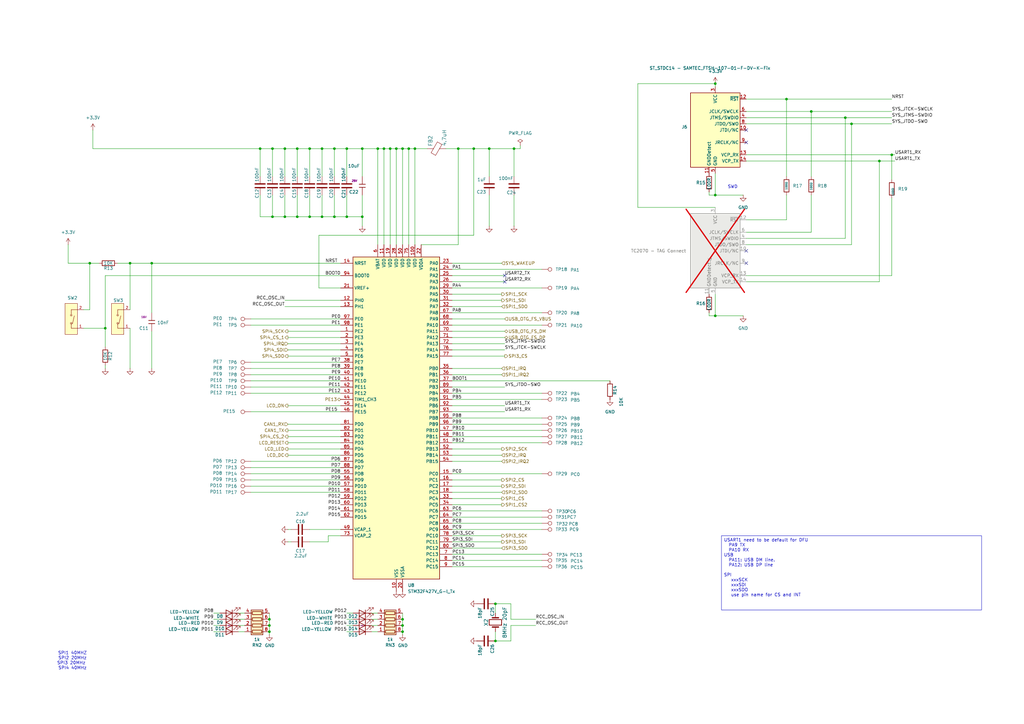
<source format=kicad_sch>
(kicad_sch (version 20250114) (generator "eeschema") (generator_version "9.0")
  (paper "A3")
  (title_block (title "l8-console") (date "2022-04-10") (company "DNT"))
  (text "SPI1 40MHZ\nSPI2 20MHz\nSPI3 20MHz \nSPI4 40MHz" (at 29.718 271.018 0) (effects (font (size 1.27 1.27))))
  (text "SWD" (at 298.45 77.47 0) (effects (font (size 1.27 1.27)) (justify left bottom)))
  (text_box "USART1 need to be default for DFU \n  PA9 TX\n  PA10 RX\nUSB \n  PA11: USB DM line. \n  PA12: USB DP line\n\nSPI\n   xxxSCK\n   xxxSDI\n   xxxSDO\n   use pin name for CS and INT\n  " (at 295.91 219.71 0) (size 106.68 30.48) (margins 0.9525 0.9525 0.9525 0.9525) (effects (font (size 1.27 1.27)) (justify left top)))
  (junction (at 132.08 88.9))
  (junction (at 110.49 259.08))
  (junction (at 110.49 256.54))
  (junction (at 170.18 60.96))
  (junction (at 332.74 45.72))
  (junction (at 200.66 60.96))
  (junction (at 137.16 88.9))
  (junction (at 121.92 88.9))
  (junction (at 137.16 60.96))
  (junction (at 160.02 60.96))
  (junction (at 322.58 40.64))
  (junction (at 165.1 60.96))
  (junction (at 132.08 60.96))
  (junction (at 165.1 254))
  (junction (at 36.83 107.95))
  (junction (at 121.92 60.96))
  (junction (at 116.84 88.9))
  (junction (at 162.56 60.96))
  (junction (at 111.76 60.96))
  (junction (at 167.64 60.96))
  (junction (at 349.25 50.8))
  (junction (at 365.76 63.5))
  (junction (at 127 60.96))
  (junction (at 165.1 256.54))
  (junction (at 43.18 134.62))
  (junction (at 165.1 259.08))
  (junction (at 293.37 129.54))
  (junction (at 203.2 247.65))
  (junction (at 110.49 254))
  (junction (at 187.96 60.96))
  (junction (at 53.34 107.95))
  (junction (at 346.71 48.26))
  (junction (at 148.59 60.96))
  (junction (at 148.59 88.9))
  (junction (at 154.94 60.96))
  (junction (at 293.37 34.29))
  (junction (at 293.37 80.01))
  (junction (at 116.84 60.96))
  (junction (at 203.2 262.89))
  (junction (at 194.31 60.96))
  (junction (at 142.24 60.96))
  (junction (at 127 88.9))
  (junction (at 157.48 60.96))
  (junction (at 111.76 88.9))
  (junction (at 106.68 60.96))
  (junction (at 62.23 107.95))
  (junction (at 142.24 88.9))
  (junction (at 210.82 60.96))
  (junction (at 360.68 66.04))
  (no_connect (at 207.01 113.03))
  (no_connect (at 207.01 115.57))
  (no_connect (at 306.07 107.95))
  (no_connect (at 306.07 53.34))
  (no_connect (at 306.07 102.87))
  (no_connect (at 306.07 58.42))
  (wire (pts (xy 349.25 50.8) (xy 349.25 100.33)))
  (wire (pts (xy 165.1 251.46) (xy 165.1 254)))
  (wire (pts (xy 349.25 50.8) (xy 306.07 50.8)))
  (wire (pts (xy 43.18 113.03) (xy 43.18 134.62)))
  (wire (pts (xy 293.37 71.12) (xy 293.37 80.01)))
  (wire (pts (xy 165.1 260.35) (xy 165.1 259.08)))
  (wire (pts (xy 200.66 80.01) (xy 200.66 92.71)))
  (wire (pts (xy 185.42 110.49) (xy 222.25 110.49)))
  (wire (pts (xy 36.83 107.95) (xy 40.64 107.95)))
  (wire (pts (xy 130.81 96.52) (xy 130.81 118.11)))
  (wire (pts (xy 185.42 232.41) (xy 222.25 232.41)))
  (wire (pts (xy 118.11 135.89) (xy 139.7 135.89)))
  (wire (pts (xy 207.01 140.97) (xy 185.42 140.97)))
  (wire (pts (xy 118.11 146.05) (xy 139.7 146.05)))
  (wire (pts (xy 185.42 176.53) (xy 222.25 176.53)))
  (wire (pts (xy 185.42 199.39) (xy 205.74 199.39)))
  (wire (pts (xy 185.42 229.87) (xy 222.25 229.87)))
  (wire (pts (xy 134.62 219.71) (xy 139.7 219.71)))
  (wire (pts (xy 118.11 173.99) (xy 139.7 173.99)))
  (wire (pts (xy 106.68 88.9) (xy 111.76 88.9)))
  (wire (pts (xy 185.42 184.15) (xy 205.74 184.15)))
  (wire (pts (xy 306.07 40.64) (xy 322.58 40.64)))
  (wire (pts (xy 62.23 135.89) (xy 62.23 151.13)))
  (wire (pts (xy 261.62 85.09) (xy 293.37 85.09)))
  (wire (pts (xy 106.68 80.01) (xy 106.68 88.9)))
  (wire (pts (xy 118.11 143.51) (xy 139.7 143.51)))
  (wire (pts (xy 306.07 115.57) (xy 360.68 115.57)))
  (wire (pts (xy 290.83 80.01) (xy 293.37 80.01)))
  (wire (pts (xy 157.48 60.96) (xy 157.48 100.33)))
  (wire (pts (xy 185.42 181.61) (xy 222.25 181.61)))
  (wire (pts (xy 97.79 251.46) (xy 100.33 251.46)))
  (wire (pts (xy 97.79 254) (xy 100.33 254)))
  (wire (pts (xy 87.63 259.08) (xy 90.17 259.08)))
  (wire (pts (xy 185.42 156.21) (xy 250.19 156.21)))
  (wire (pts (xy 154.94 60.96) (xy 157.48 60.96)))
  (wire (pts (xy 154.94 100.33) (xy 154.94 60.96)))
  (wire (pts (xy 187.96 60.96) (xy 187.96 100.33)))
  (wire (pts (xy 207.01 130.81) (xy 185.42 130.81)))
  (wire (pts (xy 111.76 60.96) (xy 116.84 60.96)))
  (wire (pts (xy 322.58 90.17) (xy 322.58 80.01)))
  (wire (pts (xy 207.01 146.05) (xy 185.42 146.05)))
  (wire (pts (xy 142.24 60.96) (xy 142.24 72.39)))
  (wire (pts (xy 36.83 127) (xy 34.29 127)))
  (wire (pts (xy 102.87 148.59) (xy 139.7 148.59)))
  (wire (pts (xy 132.08 88.9) (xy 137.16 88.9)))
  (wire (pts (xy 185.42 107.95) (xy 205.74 107.95)))
  (wire (pts (xy 200.66 72.39) (xy 200.66 60.96)))
  (wire (pts (xy 116.84 72.39) (xy 116.84 60.96)))
  (wire (pts (xy 185.42 227.33) (xy 222.25 227.33)))
  (wire (pts (xy 360.68 66.04) (xy 360.68 115.57)))
  (wire (pts (xy 194.31 96.52) (xy 194.31 60.96)))
  (wire (pts (xy 118.11 184.15) (xy 139.7 184.15)))
  (wire (pts (xy 118.11 222.25) (xy 119.38 222.25)))
  (wire (pts (xy 210.82 60.96) (xy 210.82 72.39)))
  (wire (pts (xy 165.1 60.96) (xy 167.64 60.96)))
  (wire (pts (xy 185.42 171.45) (xy 222.25 171.45)))
  (wire (pts (xy 203.2 247.65) (xy 203.2 251.46)))
  (wire (pts (xy 185.42 133.35) (xy 222.25 133.35)))
  (wire (pts (xy 365.76 81.28) (xy 365.76 113.03)))
  (wire (pts (xy 194.31 60.96) (xy 200.66 60.96)))
  (wire (pts (xy 205.74 151.13) (xy 185.42 151.13)))
  (wire (pts (xy 116.84 88.9) (xy 121.92 88.9)))
  (wire (pts (xy 132.08 60.96) (xy 137.16 60.96)))
  (wire (pts (xy 185.42 219.71) (xy 205.74 219.71)))
  (wire (pts (xy 293.37 120.65) (xy 293.37 129.54)))
  (wire (pts (xy 185.42 135.89) (xy 207.01 135.89)))
  (wire (pts (xy 102.87 201.93) (xy 139.7 201.93)))
  (wire (pts (xy 148.59 60.96) (xy 154.94 60.96)))
  (wire (pts (xy 121.92 80.01) (xy 121.92 88.9)))
  (wire (pts (xy 332.74 45.72) (xy 332.74 72.39)))
  (wire (pts (xy 118.11 186.69) (xy 139.7 186.69)))
  (wire (pts (xy 203.2 259.08) (xy 203.2 262.89)))
  (wire (pts (xy 306.07 66.04) (xy 360.68 66.04)))
  (wire (pts (xy 102.87 156.21) (xy 139.7 156.21)))
  (wire (pts (xy 87.63 251.46) (xy 90.17 251.46)))
  (wire (pts (xy 148.59 80.01) (xy 148.59 88.9)))
  (wire (pts (xy 293.37 34.29) (xy 261.62 34.29)))
  (wire (pts (xy 306.07 100.33) (xy 349.25 100.33)))
  (wire (pts (xy 187.96 60.96) (xy 194.31 60.96)))
  (wire (pts (xy 111.76 60.96) (xy 111.76 72.39)))
  (wire (pts (xy 152.4 259.08) (xy 154.94 259.08)))
  (wire (pts (xy 142.24 60.96) (xy 148.59 60.96)))
  (wire (pts (xy 346.71 48.26) (xy 346.71 97.79)))
  (wire (pts (xy 111.76 80.01) (xy 111.76 88.9)))
  (wire (pts (xy 160.02 60.96) (xy 160.02 100.33)))
  (wire (pts (xy 102.87 130.81) (xy 139.7 130.81)))
  (wire (pts (xy 306.07 63.5) (xy 365.76 63.5)))
  (wire (pts (xy 116.84 123.19) (xy 139.7 123.19)))
  (wire (pts (xy 306.07 113.03) (xy 365.76 113.03)))
  (wire (pts (xy 137.16 88.9) (xy 142.24 88.9)))
  (wire (pts (xy 132.08 80.01) (xy 132.08 88.9)))
  (wire (pts (xy 142.24 88.9) (xy 148.59 88.9)))
  (wire (pts (xy 118.11 217.17) (xy 119.38 217.17)))
  (wire (pts (xy 332.74 45.72) (xy 365.76 45.72)))
  (wire (pts (xy 207.01 115.57) (xy 185.42 115.57)))
  (wire (pts (xy 293.37 80.01) (xy 304.8 80.01)))
  (wire (pts (xy 205.74 204.47) (xy 185.42 204.47)))
  (wire (pts (xy 148.59 60.96) (xy 148.59 72.39)))
  (wire (pts (xy 121.92 88.9) (xy 127 88.9)))
  (wire (pts (xy 53.34 107.95) (xy 62.23 107.95)))
  (wire (pts (xy 365.76 48.26) (xy 346.71 48.26)))
  (wire (pts (xy 182.88 60.96) (xy 187.96 60.96)))
  (wire (pts (xy 118.11 181.61) (xy 139.7 181.61)))
  (wire (pts (xy 43.18 113.03) (xy 139.7 113.03)))
  (wire (pts (xy 185.42 201.93) (xy 205.74 201.93)))
  (wire (pts (xy 38.1 60.96) (xy 106.68 60.96)))
  (wire (pts (xy 185.42 209.55) (xy 222.25 209.55)))
  (wire (pts (xy 127 80.01) (xy 127 88.9)))
  (wire (pts (xy 185.42 128.27) (xy 222.25 128.27)))
  (wire (pts (xy 185.42 166.37) (xy 207.01 166.37)))
  (wire (pts (xy 102.87 189.23) (xy 139.7 189.23)))
  (wire (pts (xy 209.55 262.89) (xy 203.2 262.89)))
  (wire (pts (xy 165.1 254) (xy 165.1 256.54)))
  (wire (pts (xy 346.71 97.79) (xy 306.07 97.79)))
  (wire (pts (xy 137.16 60.96) (xy 142.24 60.96)))
  (wire (pts (xy 27.94 107.95) (xy 36.83 107.95)))
  (wire (pts (xy 365.76 50.8) (xy 349.25 50.8)))
  (wire (pts (xy 53.34 107.95) (xy 53.34 127)))
  (wire (pts (xy 185.42 125.73) (xy 205.74 125.73)))
  (wire (pts (xy 97.79 259.08) (xy 100.33 259.08)))
  (wire (pts (xy 360.68 66.04) (xy 367.03 66.04)))
  (wire (pts (xy 293.37 34.29) (xy 293.37 35.56)))
  (wire (pts (xy 185.42 163.83) (xy 222.25 163.83)))
  (wire (pts (xy 127 60.96) (xy 132.08 60.96)))
  (wire (pts (xy 137.16 80.01) (xy 137.16 88.9)))
  (wire (pts (xy 152.4 251.46) (xy 154.94 251.46)))
  (wire (pts (xy 290.83 80.01) (xy 290.83 78.74)))
  (wire (pts (xy 134.62 222.25) (xy 134.62 219.71)))
  (wire (pts (xy 209.55 247.65) (xy 203.2 247.65)))
  (wire (pts (xy 139.7 125.73) (xy 116.84 125.73)))
  (wire (pts (xy 185.42 161.29) (xy 222.25 161.29)))
  (wire (pts (xy 207.01 113.03) (xy 185.42 113.03)))
  (wire (pts (xy 185.42 123.19) (xy 205.74 123.19)))
  (wire (pts (xy 209.55 256.54) (xy 209.55 262.89)))
  (wire (pts (xy 209.55 254) (xy 219.71 254)))
  (wire (pts (xy 210.82 80.01) (xy 210.82 92.71)))
  (wire (pts (xy 142.24 80.01) (xy 142.24 88.9)))
  (wire (pts (xy 200.66 60.96) (xy 210.82 60.96)))
  (wire (pts (xy 207.01 168.91) (xy 185.42 168.91)))
  (wire (pts (xy 185.42 214.63) (xy 222.25 214.63)))
  (wire (pts (xy 110.49 260.35) (xy 110.49 259.08)))
  (wire (pts (xy 332.74 45.72) (xy 306.07 45.72)))
  (wire (pts (xy 43.18 134.62) (xy 43.18 142.24)))
  (wire (pts (xy 365.76 63.5) (xy 365.76 73.66)))
  (wire (pts (xy 127 217.17) (xy 139.7 217.17)))
  (wire (pts (xy 205.74 207.01) (xy 185.42 207.01)))
  (wire (pts (xy 261.62 34.29) (xy 261.62 85.09)))
  (wire (pts (xy 185.42 189.23) (xy 205.74 189.23)))
  (wire (pts (xy 102.87 151.13) (xy 139.7 151.13)))
  (wire (pts (xy 207.01 143.51) (xy 185.42 143.51)))
  (wire (pts (xy 110.49 256.54) (xy 110.49 259.08)))
  (wire (pts (xy 185.42 217.17) (xy 222.25 217.17)))
  (wire (pts (xy 102.87 194.31) (xy 139.7 194.31)))
  (wire (pts (xy 185.42 194.31) (xy 222.25 194.31)))
  (wire (pts (xy 121.92 60.96) (xy 127 60.96)))
  (wire (pts (xy 97.79 256.54) (xy 100.33 256.54)))
  (wire (pts (xy 62.23 107.95) (xy 139.7 107.95)))
  (wire (pts (xy 170.18 60.96) (xy 170.18 100.33)))
  (wire (pts (xy 293.37 129.54) (xy 304.8 129.54)))
  (wire (pts (xy 87.63 256.54) (xy 90.17 256.54)))
  (wire (pts (xy 111.76 88.9) (xy 116.84 88.9)))
  (wire (pts (xy 142.24 254) (xy 144.78 254)))
  (wire (pts (xy 160.02 60.96) (xy 162.56 60.96)))
  (wire (pts (xy 102.87 161.29) (xy 139.7 161.29)))
  (wire (pts (xy 110.49 251.46) (xy 110.49 254)))
  (wire (pts (xy 118.11 140.97) (xy 139.7 140.97)))
  (wire (pts (xy 167.64 60.96) (xy 170.18 60.96)))
  (wire (pts (xy 185.42 186.69) (xy 205.74 186.69)))
  (wire (pts (xy 110.49 254) (xy 110.49 256.54)))
  (wire (pts (xy 213.36 60.96) (xy 213.36 59.69)))
  (wire (pts (xy 306.07 95.25) (xy 332.74 95.25)))
  (wire (pts (xy 132.08 60.96) (xy 132.08 72.39)))
  (wire (pts (xy 102.87 191.77) (xy 139.7 191.77)))
  (wire (pts (xy 142.24 251.46) (xy 144.78 251.46)))
  (wire (pts (xy 306.07 90.17) (xy 322.58 90.17)))
  (wire (pts (xy 170.18 60.96) (xy 175.26 60.96)))
  (wire (pts (xy 290.83 129.54) (xy 293.37 129.54)))
  (wire (pts (xy 118.11 176.53) (xy 139.7 176.53)))
  (wire (pts (xy 102.87 133.35) (xy 139.7 133.35)))
  (wire (pts (xy 137.16 60.96) (xy 137.16 72.39)))
  (wire (pts (xy 34.29 134.62) (xy 43.18 134.62)))
  (wire (pts (xy 322.58 40.64) (xy 322.58 72.39)))
  (wire (pts (xy 157.48 60.96) (xy 160.02 60.96)))
  (wire (pts (xy 38.1 60.96) (xy 38.1 53.34)))
  (wire (pts (xy 185.42 118.11) (xy 222.25 118.11)))
  (wire (pts (xy 106.68 60.96) (xy 106.68 72.39)))
  (wire (pts (xy 127 222.25) (xy 134.62 222.25)))
  (wire (pts (xy 102.87 196.85) (xy 139.7 196.85)))
  (wire (pts (xy 102.87 199.39) (xy 139.7 199.39)))
  (wire (pts (xy 48.26 107.95) (xy 53.34 107.95)))
  (wire (pts (xy 43.18 149.86) (xy 43.18 151.13)))
  (wire (pts (xy 207.01 158.75) (xy 185.42 158.75)))
  (wire (pts (xy 118.11 179.07) (xy 139.7 179.07)))
  (wire (pts (xy 185.42 153.67) (xy 205.74 153.67)))
  (wire (pts (xy 185.42 173.99) (xy 222.25 173.99)))
  (wire (pts (xy 209.55 247.65) (xy 209.55 254)))
  (wire (pts (xy 118.11 138.43) (xy 139.7 138.43)))
  (wire (pts (xy 152.4 256.54) (xy 154.94 256.54)))
  (wire (pts (xy 27.94 100.33) (xy 27.94 107.95)))
  (wire (pts (xy 322.58 40.64) (xy 365.76 40.64)))
  (wire (pts (xy 185.42 120.65) (xy 205.74 120.65)))
  (wire (pts (xy 290.83 129.54) (xy 290.83 128.27)))
  (wire (pts (xy 121.92 72.39) (xy 121.92 60.96)))
  (wire (pts (xy 162.56 60.96) (xy 162.56 100.33)))
  (wire (pts (xy 185.42 179.07) (xy 222.25 179.07)))
  (wire (pts (xy 118.11 166.37) (xy 139.7 166.37)))
  (wire (pts (xy 87.63 254) (xy 90.17 254)))
  (wire (pts (xy 130.81 96.52) (xy 194.31 96.52)))
  (wire (pts (xy 210.82 60.96) (xy 213.36 60.96)))
  (wire (pts (xy 187.96 100.33) (xy 172.72 100.33)))
  (wire (pts (xy 116.84 80.01) (xy 116.84 88.9)))
  (wire (pts (xy 165.1 256.54) (xy 165.1 259.08)))
  (wire (pts (xy 127 88.9) (xy 132.08 88.9)))
  (wire (pts (xy 36.83 107.95) (xy 36.83 127)))
  (wire (pts (xy 346.71 48.26) (xy 306.07 48.26)))
  (wire (pts (xy 167.64 60.96) (xy 167.64 100.33)))
  (wire (pts (xy 102.87 168.91) (xy 139.7 168.91)))
  (wire (pts (xy 116.84 60.96) (xy 121.92 60.96)))
  (wire (pts (xy 102.87 153.67) (xy 139.7 153.67)))
  (wire (pts (xy 152.4 254) (xy 154.94 254)))
  (wire (pts (xy 142.24 256.54) (xy 144.78 256.54)))
  (wire (pts (xy 185.42 224.79) (xy 205.74 224.79)))
  (wire (pts (xy 185.42 212.09) (xy 222.25 212.09)))
  (wire (pts (xy 106.68 60.96) (xy 111.76 60.96)))
  (wire (pts (xy 142.24 259.08) (xy 144.78 259.08)))
  (wire (pts (xy 162.56 60.96) (xy 165.1 60.96)))
  (wire (pts (xy 209.55 256.54) (xy 219.71 256.54)))
  (wire (pts (xy 148.59 92.71) (xy 148.59 88.9)))
  (wire (pts (xy 185.42 222.25) (xy 205.74 222.25)))
  (wire (pts (xy 127 72.39) (xy 127 60.96)))
  (wire (pts (xy 102.87 158.75) (xy 139.7 158.75)))
  (wire (pts (xy 185.42 138.43) (xy 207.01 138.43)))
  (wire (pts (xy 332.74 80.01) (xy 332.74 95.25)))
  (wire (pts (xy 130.81 118.11) (xy 139.7 118.11)))
  (wire (pts (xy 62.23 128.27) (xy 62.23 107.95)))
  (wire (pts (xy 165.1 60.96) (xy 165.1 100.33)))
  (wire (pts (xy 185.42 196.85) (xy 205.74 196.85)))
  (wire (pts (xy 53.34 134.62) (xy 53.34 151.13)))
  (wire (pts (xy 365.76 63.5) (xy 367.03 63.5)))
  (label "SYS_JTCK-SWCLK" (at 365.76 45.72 0))
  (label "PE8" (at 139.7 151.13 180))
  (label "PE7" (at 139.7 148.59 180))
  (label "PE9" (at 139.7 153.67 180))
  (label "PC14" (at 185.42 229.87 0))
  (label "PC13" (at 185.42 227.33 0))
  (label "PB9" (at 185.42 173.99 0))
  (label "PD11" (at 139.7 201.93 180))
  (label "PD10" (at 87.63 256.54 180))
  (label "PD12" (at 142.24 251.46 180))
  (label "PE15" (at 138.43 168.91 180))
  (label "RCC_OSC_OUT" (at 219.71 256.54 0))
  (label "PD12" (at 139.7 204.47 180))
  (label "PD9" (at 87.63 254 180))
  (label "PD8" (at 87.63 251.46 180))
  (label "SYS_JTMS-SWDIO" (at 365.76 48.26 0))
  (label "SPI3_SDO" (at 185.42 224.79 0))
  (label "USART1_TX" (at 207.01 166.37 0))
  (label "SPI3_SCK" (at 185.42 219.71 0))
  (label "PD13" (at 139.7 207.01 180))
  (label "PD14" (at 142.24 256.54 180))
  (label "PB4" (at 185.42 161.29 0))
  (label "NRST" (at 138.43 107.95 180))
  (label "PD13" (at 142.24 254 180))
  (label "PC7" (at 185.42 212.09 0))
  (label "PB12" (at 185.42 181.61 0))
  (label "PD11" (at 87.63 259.08 180))
  (label "PD15" (at 139.7 212.09 180))
  (label "PC15" (at 185.42 232.41 0))
  (label "SYS_JTCK-SWCLK" (at 207.01 143.51 0))
  (label "PE1" (at 139.7 133.35 180))
  (label "PD10" (at 139.7 199.39 180))
  (label "PC6" (at 185.42 209.55 0))
  (label "PD6" (at 139.7 189.23 180))
  (label "SPI3_SDI" (at 185.42 222.25 0))
  (label "USART2_RX" (at 207.01 115.57 0))
  (label "PD9" (at 139.7 196.85 180))
  (label "PD8" (at 139.7 194.31 180))
  (label "USART1_TX" (at 367.03 66.04 0))
  (label "PB5" (at 185.42 163.83 0))
  (label "NRST" (at 365.76 40.64 0))
  (label "PA1" (at 185.42 110.49 0))
  (label "USART1_RX" (at 367.03 63.5 0))
  (label "BOOT0" (at 133.35 113.03 0))
  (label "PA8" (at 185.42 128.27 0))
  (label "SYS_JTDO-SWO" (at 207.01 158.75 0))
  (label "PC9" (at 185.42 217.17 0))
  (label "SYS_JTDO-SWO" (at 365.76 50.8 0))
  (label "PB11" (at 185.42 179.07 0))
  (label "PE11" (at 139.7 158.75 180))
  (label "RCC_OSC_IN" (at 116.84 123.19 180))
  (label "USART2_TX" (at 207.01 113.03 0))
  (label "RCC_OSC_OUT" (at 116.84 125.73 180))
  (label "BOOT1" (at 185.42 156.21 0))
  (label "RCC_OSC_IN" (at 219.71 254 0))
  (label "PC8" (at 185.42 214.63 0))
  (label "PD15" (at 142.24 259.08 180))
  (label "USART1_RX" (at 207.01 168.91 0))
  (label "PE0" (at 139.7 130.81 180))
  (label "PB10" (at 185.42 176.53 0))
  (label "PB8" (at 185.42 171.45 0))
  (label "PD14" (at 139.7 209.55 180))
  (label "PD7" (at 139.7 191.77 180))
  (label "PE12" (at 139.7 161.29 180))
  (label "SYS_JTMS-SWDIO" (at 207.01 140.97 0))
  (label "PA4" (at 185.42 118.11 0))
  (label "PE10" (at 139.7 156.21 180))
  (label "PC0" (at 185.42 194.31 0))
  (hierarchical_label "SPI4_CS_1" (shape output) (at 118.11 138.43 180))
  (hierarchical_label "SPI1_SCK" (shape output) (at 205.74 120.65 0))
  (hierarchical_label "USB_OTG_FS_DM" (shape bidirectional) (at 207.01 135.89 0))
  (hierarchical_label "SPI1_IRQ2" (shape input) (at 205.74 153.67 0))
  (hierarchical_label "SPI4_IRQ" (shape input) (at 118.11 140.97 180))
  (hierarchical_label "SPI1_IRQ" (shape input) (at 205.74 151.13 0))
  (hierarchical_label "SPI1_CS" (shape output) (at 205.74 204.47 0))
  (hierarchical_label "SPI2_CS" (shape output) (at 205.74 196.85 0))
  (hierarchical_label "SPI4_CS_2" (shape output) (at 118.11 179.07 180))
  (hierarchical_label "LCD_ON" (shape output) (at 118.11 166.37 180))
  (hierarchical_label "USB_OTG_FS_VBUS" (shape input) (at 207.01 130.81 0))
  (hierarchical_label "PE13" (shape bidirectional) (at 139.7 163.83 180))
  (hierarchical_label "USB_OTG_FS_DP" (shape bidirectional) (at 207.01 138.43 0))
  (hierarchical_label "CAN1_TX" (shape output) (at 118.11 176.53 180))
  (hierarchical_label "SPI3_SCK" (shape output) (at 205.74 219.71 0))
  (hierarchical_label "SPI2_IRQ2" (shape input) (at 205.74 189.23 0))
  (hierarchical_label "SPI4_SCK" (shape output) (at 118.11 135.89 180))
  (hierarchical_label "SPI2_IRQ" (shape input) (at 205.74 186.69 0))
  (hierarchical_label "SPI2_SDO" (shape input) (at 205.74 201.93 0))
  (hierarchical_label "SPI1_CS2" (shape output) (at 205.74 207.01 0))
  (hierarchical_label "SPI4_SDO" (shape output) (at 118.11 146.05 180))
  (hierarchical_label "SPI2_SDI" (shape output) (at 205.74 199.39 0))
  (hierarchical_label "SPI1_SDO" (shape input) (at 205.74 125.73 0))
  (hierarchical_label "SPI4_SDI" (shape input) (at 118.11 143.51 180))
  (hierarchical_label "SPI2_SCK" (shape output) (at 205.74 184.15 0))
  (hierarchical_label "LCD_DC" (shape output) (at 118.11 186.69 180))
  (hierarchical_label "LCD_RESET" (shape output) (at 118.11 181.61 180))
  (hierarchical_label "LCD_LED" (shape output) (at 118.11 184.15 180))
  (hierarchical_label "SPI3_SDI" (shape output) (at 205.74 222.25 0))
  (hierarchical_label "SYS_WAKEUP" (shape input) (at 205.74 107.95 0))
  (hierarchical_label "SPI3_SDO" (shape input) (at 205.74 224.79 0))
  (hierarchical_label "SPI3_CS" (shape output) (at 207.01 146.05 0))
  (hierarchical_label "CAN1_RX" (shape input) (at 118.11 173.99 180))
  (hierarchical_label "SPI1_SDI" (shape output) (at 205.74 123.19 0))
  (symbol (lib_id "dnt_global:FerriteBead_-_4.7uH") (at 179.07 60.96 90) (unit 1)
    (property "Reference" "FB2" (at 176.53 57.785 0) (effects (font (size 1.524 1.524))))
    (property "Value" "4.7uH" (at 182.245 56.515 0) (effects (font (size 1.524 1.524))))
    (property "Footprint" "Inductor_SMD:L_0603_1608Metric" (effects (hide yes)))
    (property "Description" "Ferrite bead" (effects (hide yes)))
    (property "LCSC" "C1034" (effects (hide yes)))
  )
  (symbol (lib_id "power:GND") (at 162.56 242.57 0) (unit 1)
    (property "Reference" "#PWR023" (effects (hide yes)))
    (property "Value" "GND" (effects (hide yes)))
    (property "Description" "Power symbol creates a global label with name \"GND\" , ground" (effects (hide yes)))
  )
  (symbol (lib_id "dnt_global:Resistor_0402,10kΩ") (at 44.45 107.95 90) (mirror x) (unit 1)
    (property "Reference" "R13" (at 44.45 109.982 90))
    (property "Value" "10K" (at 44.45 107.95 90))
    (property "Footprint" "PCM_JLCPCB:R_0402" (effects (hide yes)))
    (property "Datasheet" "https://www.lcsc.com/datasheet/lcsc_datasheet_2411221126_UNI-ROYAL-Uniroyal-Elec-0402WGF1002TCE_C25744.pdf" (effects (hide yes)))
    (property "Description" "62.5mW Thick Film Resistors 50V ±100ppm/°C ±1% 10kΩ 0402 Chip Resistor - Surface Mount ROHS" (effects (hide yes)))
    (property "Manufacturer" "UNI-ROYAL(Uniroyal Elec)" (effects (hide yes)))
    (property "LCSC" "C25744" (effects (hide yes)))
    (property "Stock" "24372091" (effects (hide yes)))
    (property "Price" "0.004USD" (effects (hide yes)))
    (property "Process" "SMT" (effects (hide yes)))
    (property "Minimum Qty" "20" (effects (hide yes)))
    (property "Attrition Qty" "10" (effects (hide yes)))
    (property "Class" "Basic Component" (effects (hide yes)))
    (property "Category" "Resistors,Chip Resistor - Surface Mount" (effects (hide yes)))
    (property "Part" "0402WGF1002TCE" (effects (hide yes)))
    (property "Resistance" "10kΩ" (effects (hide yes)))
    (property "Power(Watts)" "62.5mW" (effects (hide yes)))
    (property "Type" "Thick Film Resistors" (effects (hide yes)))
    (property "Overload Voltage (Max)" "50V" (effects (hide yes)))
    (property "Operating Temperature Range" "-55°C~+155°C" (effects (hide yes)))
    (property "Tolerance" "±1%" (effects (hide yes)))
    (property "Temperature Coefficient" "±100ppm/°C" (effects (hide yes)))
  )
  (symbol (lib_id "power:GND") (at 62.23 151.13 0) (unit 1)
    (property "Reference" "#PWR018" (effects (hide yes)))
    (property "Value" "GND" (effects (hide yes)))
    (property "Description" "Power symbol creates a global label with name \"GND\" , ground" (effects (hide yes)))
  )
  (symbol (lib_id "power:GND") (at 165.1 242.57 0) (unit 1)
    (property "Reference" "#PWR024" (effects (hide yes)))
    (property "Value" "GND" (effects (hide yes)))
    (property "Description" "Power symbol creates a global label with name \"GND\" , ground" (effects (hide yes)))
  )
  (symbol (lib_id "Device:C") (at 137.16 76.2 180) (unit 1)
    (property "Reference" "C20" (at 135.89 77.47 90) (effects (justify left)))
    (property "Value" "100nF" (at 135.89 68.58 90) (effects (justify left)))
    (property "Footprint" "Capacitor_SMD:C_0603_1608Metric" (effects (hide yes)))
    (property "Description" "Unpolarized capacitor" (effects (hide yes)))
    (property "LCSC" "C14663" (effects (hide yes)))
  )
  (symbol (lib_id "dnt_global:Resistor_0402,10kΩ") (at 43.18 146.05 0) (mirror x) (unit 1)
    (property "Reference" "R12" (at 45.212 146.05 90))
    (property "Value" "10K" (at 43.18 146.05 90))
    (property "Footprint" "PCM_JLCPCB:R_0402" (effects (hide yes)))
    (property "Datasheet" "https://www.lcsc.com/datasheet/lcsc_datasheet_2411221126_UNI-ROYAL-Uniroyal-Elec-0402WGF1002TCE_C25744.pdf" (effects (hide yes)))
    (property "Description" "62.5mW Thick Film Resistors 50V ±100ppm/°C ±1% 10kΩ 0402 Chip Resistor - Surface Mount ROHS" (effects (hide yes)))
    (property "Manufacturer" "UNI-ROYAL(Uniroyal Elec)" (effects (hide yes)))
    (property "LCSC" "C25744" (effects (hide yes)))
    (property "Stock" "24372091" (effects (hide yes)))
    (property "Price" "0.004USD" (effects (hide yes)))
    (property "Process" "SMT" (effects (hide yes)))
    (property "Minimum Qty" "20" (effects (hide yes)))
    (property "Attrition Qty" "10" (effects (hide yes)))
    (property "Class" "Basic Component" (effects (hide yes)))
    (property "Category" "Resistors,Chip Resistor - Surface Mount" (effects (hide yes)))
    (property "Part" "0402WGF1002TCE" (effects (hide yes)))
    (property "Resistance" "10kΩ" (effects (hide yes)))
    (property "Power(Watts)" "62.5mW" (effects (hide yes)))
    (property "Type" "Thick Film Resistors" (effects (hide yes)))
    (property "Overload Voltage (Max)" "50V" (effects (hide yes)))
    (property "Operating Temperature Range" "-55°C~+155°C" (effects (hide yes)))
    (property "Tolerance" "±1%" (effects (hide yes)))
    (property "Temperature Coefficient" "±100ppm/°C" (effects (hide yes)))
  )
  (symbol (lib_id "Device:C") (at 200.66 76.2 180) (unit 1)
    (property "Reference" "C23" (at 199.39 78.74 0) (effects (justify left)))
    (property "Value" "1uF" (at 199.39 73.66 0) (effects (justify left)))
    (property "Footprint" "Capacitor_SMD:C_0603_1608Metric" (effects (hide yes)))
    (property "Description" "Unpolarized capacitor" (effects (hide yes)))
    (property "Part #" "UMK107BJ105KA-T" (effects (hide yes)))
    (property "VEND" "DIGI" (effects (hide yes)))
    (property "VEND#" "587-2400-1-ND" (effects (hide yes)))
    (property "Manufacturer" "Taiyo Yuden" (effects (hide yes)))
    (property "LCSC" "C15849" (effects (hide yes)))
  )
  (symbol (lib_id "power:GND") (at 200.66 92.71 0) (unit 1)
    (property "Reference" "#PWR026" (effects (hide yes)))
    (property "Value" "GND" (effects (hide yes)))
    (property "Description" "Power symbol creates a global label with name \"GND\" , ground" (effects (hide yes)))
  )
  (symbol (lib_id "power:GND") (at 210.82 92.71 0) (unit 1)
    (property "Reference" "#PWR027" (effects (hide yes)))
    (property "Value" "GND" (effects (hide yes)))
    (property "Description" "Power symbol creates a global label with name \"GND\" , ground" (effects (hide yes)))
  )
  (symbol (lib_id "dnt_global:0402,100nF, 16V") (at 62.23 132.08 180) (unit 1)
    (property "Reference" "C11" (at 60.96 134.62 0) (effects (justify left)))
    (property "Value" "10nF" (at 69.342 132.334 0) (effects (justify left)))
    (property "Footprint" "PCM_JLCPCB:C_0402" (effects (hide yes)))
    (property "Datasheet" "https://www.lcsc.com/datasheet/lcsc_datasheet_2304140030_Samsung-Electro-Mechanics-CL05B104KO5NNNC_C1525.pdf" (effects (hide yes)))
    (property "Description" "16V 100nF X7R ±10% 0402 Multilayer Ceramic Capacitors MLCC - SMD/SMT ROHS" (effects (hide yes)))
    (property "Manufacturer" "Samsung Electro-Mechanics" (effects (hide yes)))
    (property "LCSC" "C1525" (effects (hide yes)))
    (property "Voltage" "50V" (effects (hide yes)))
    (property "Stock" "20208285" (effects (hide yes)))
    (property "Price" "0.004USD" (effects (hide yes)))
    (property "Process" "SMT" (effects (hide yes)))
    (property "Minimum Qty" "20" (effects (hide yes)))
    (property "Attrition Qty" "10" (effects (hide yes)))
    (property "Class" "Basic Component" (effects (hide yes)))
    (property "Category" "Capacitors,Multilayer Ceramic Capacitors MLCC - SMD/SMT" (effects (hide yes)))
    (property "Part" "CL05B104KO5NNNC" (effects (hide yes)))
    (property "Voltage Rated" "16V" (at 60.198 130.0338 0) (effects (font (size 0.8 0.8)) (justify left)))
    (property "Tolerance" "±10%" (effects (hide yes)))
    (property "Capacitance" "100nF" (effects (hide yes)))
    (property "Temperature Coefficient" "X7R" (effects (hide yes)))
  )
  (symbol (lib_id "power:GND") (at 43.18 151.13 0) (unit 1)
    (property "Reference" "#PWR016" (effects (hide yes)))
    (property "Value" "GND" (effects (hide yes)))
    (property "Description" "Power symbol creates a global label with name \"GND\" , ground" (effects (hide yes)))
  )
  (symbol (lib_id "dnt_global:Tactile_Button,_160gf,_12V,_50mA,_4.0mm") (at 48.26 132.08 180) (unit 1)
    (property "Reference" "SW3" (at 48.514 123.19 0))
    (property "Value" "SW_Push" (effects (hide yes)))
    (property "Footprint" "PCM_JLCPCB:SW_TS-1088-AR02016" (effects (hide yes)))
    (property "Datasheet" "https://www.lcsc.com/datasheet/lcsc_datasheet_2304140030_XUNPU-TS-1088-AR02016_C720477.pdf" (effects (hide yes)))
    (property "Description" "Without 50mA 4mm 100MΩ 100000 Times 12V 160gf 3mm 2mm Round Button Standing paste SPST SMD Tactile Switches ROHS" (effects (hide yes)))
    (property "LCSC" "C720477" (effects (hide yes)))
    (property "Stock" "346801" (effects (hide yes)))
    (property "Price" "0.044USD" (effects (hide yes)))
    (property "Process" "SMT" (effects (hide yes)))
    (property "Minimum Qty" "5" (effects (hide yes)))
    (property "Attrition Qty" "4" (effects (hide yes)))
    (property "Class" "Basic Component" (effects (hide yes)))
    (property "Category" "Switches,Tactile Switches" (effects (hide yes)))
    (property "Manufacturer" "XUNPU" (effects (hide yes)))
    (property "Part" "TS-1088-AR02016" (effects (hide yes)))
    (property "Switch Length" "4mm" (effects (hide yes)))
    (property "Voltage Rating (Dc)" "12V" (effects (hide yes)))
    (property "With Lamp" "No" (effects (hide yes)))
    (property "Operating Force" "160gf@±50gf" (effects (hide yes)))
    (property "Actuator/Cap Color" "Black" (effects (hide yes)))
    (property "Mechanical Life" "100000 Times" (effects (hide yes)))
    (property "Strike Gundam" "NO" (effects (hide yes)))
    (property "Circuit" "SPST" (effects (hide yes)))
    (property "Switch Height" "2mm" (effects (hide yes)))
    (property "Actuator Style" "Round Button" (effects (hide yes)))
    (property "Switch Width" "3mm" (effects (hide yes)))
    (property "Contact Current" "50mA" (effects (hide yes)))
    (property "Operating Temperature" "-30°C~+80°C" (effects (hide yes)))
    (property "Mounting Style" "Brick nogging" (effects (hide yes)))
    (property "Insulation Resistance" "100MΩ" (effects (hide yes)))
    (property "Pin Style" "SMDSplicing" (effects (hide yes)))
  )
  (symbol (lib_id "power:GND") (at 53.34 151.13 0) (unit 1)
    (property "Reference" "#PWR017" (effects (hide yes)))
    (property "Value" "GND" (effects (hide yes)))
    (property "Description" "Power symbol creates a global label with name \"GND\" , ground" (effects (hide yes)))
  )
  (symbol (lib_id "dnt_global:Tag-connect_TC2070") (at 293.37 102.87 0) (unit 1) (dnp yes)
    (property "Reference" "J7" (at 292.1 106.68 0) (effects (justify right)))
    (property "Value" "TC2070 - TAG Connect" (at 281.432 102.87 0) (effects (justify right)))
    (property "Footprint" "Connector:Tag-Connect_TC2070-IDC-FP_2x07_P1.27mm_Vertical" (effects (hide yes)))
    (property "Datasheet" "https://www.st.com/content/ccc/resource/technical/document/user_manual/group1/99/49/91/b6/b2/3a/46/e5/DM00526767/files/DM00526767.pdf/jcr:content/translations/en.DM00526767.pdf" (effects (hide yes)))
    (property "Description" "ST Debug Connector, standard ARM Cortex-M SWD and JTAG interface plus UART" (effects (hide yes)))
  )
  (symbol (lib_id "Connector:TestPoint") (at 102.87 130.81 90) (unit 1) (in_bom no) (on_board no)
    (property "Reference" "TP4" (at 97.282 130.81 90) (effects (justify left)))
    (property "Value" "PE0" (at 91.186 130.556 90) (effects (justify left)))
    (property "Footprint" "dnt:TestPoint_Pad_D1.0mm FP .6R" (effects (hide yes)))
    (property "Description" "test point" (effects (hide yes)))
  )
  (symbol (lib_id "Connector:TestPoint") (at 102.87 156.21 90) (unit 1) (in_bom no) (on_board no)
    (property "Reference" "TP9" (at 97.282 156.21 90) (effects (justify left)))
    (property "Value" "PE10" (at 91.186 155.956 90) (effects (justify left)))
    (property "Footprint" "dnt:TestPoint_Pad_D1.0mm FP .6R" (effects (hide yes)))
    (property "Description" "test point" (effects (hide yes)))
  )
  (symbol (lib_id "Device:C") (at 132.08 76.2 180) (unit 1)
    (property "Reference" "C19" (at 130.81 77.47 90) (effects (justify left)))
    (property "Value" "100nF" (at 130.81 68.58 90) (effects (justify left)))
    (property "Footprint" "Capacitor_SMD:C_0603_1608Metric" (effects (hide yes)))
    (property "Description" "Unpolarized capacitor" (effects (hide yes)))
    (property "LCSC" "C14663" (effects (hide yes)))
  )
  (symbol (lib_id "dnt_global:LED-RED") (at 93.98 256.54 180) (unit 1)
    (property "Reference" "D10" (at 90.17 257.81 0))
    (property "Value" "LED-RED" (at 73.152 255.524 0) (effects (justify right)))
    (property "Footprint" "dnt:LED_0603_1608Metric - polarity" (effects (hide yes)))
    (property "Datasheet" "~" (at 93.98 256.54 0) (effects (font (size 1.524 1.524))))
    (property "Description" "Light emitting diode" (effects (hide yes)))
    (property "LCSC" "C2286" (effects (hide yes)))
    (property "JLCPCB Rotation Offset" "0" (effects (hide yes)))
  )
  (symbol (lib_id "Connector:TestPoint") (at 102.87 148.59 90) (unit 1) (in_bom no) (on_board no)
    (property "Reference" "TP6" (at 97.282 148.59 90) (effects (justify left)))
    (property "Value" "PE7" (at 91.186 148.336 90) (effects (justify left)))
    (property "Footprint" "dnt:TestPoint_Pad_D1.0mm FP .6R" (effects (hide yes)))
    (property "Description" "test point" (effects (hide yes)))
  )
  (symbol (lib_id "dnt_global:0603,10uF,_25V") (at 148.59 76.2 180) (unit 1)
    (property "Reference" "C22" (at 147.066 78.74 0) (effects (justify left)))
    (property "Value" "10uF" (at 147.574 68.072 0) (effects (justify left)))
    (property "Footprint" "dnt:C_0603_1608Metric" (effects (hide yes)))
    (property "Datasheet" "https://www.lcsc.com/datasheet/lcsc_datasheet_2304140030_Samsung-Electro-Mechanics-CL10A106MA8NRNC_C96446.pdf" (effects (hide yes)))
    (property "Description" "25V 10uF X5R ±20% 0603 Multilayer Ceramic Capacitors MLCC - SMD/SMT ROHS" (effects (hide yes)))
    (property "LCSC" "C96446" (effects (hide yes)))
    (property "Stock" "3388297" (effects (hide yes)))
    (property "Price" "0.021USD" (effects (hide yes)))
    (property "Process" "SMT" (effects (hide yes)))
    (property "Minimum Qty" "20" (effects (hide yes)))
    (property "Attrition Qty" "8" (effects (hide yes)))
    (property "Class" "Basic Component" (effects (hide yes)))
    (property "Category" "Capacitors,Multilayer Ceramic Capacitors MLCC - SMD/SMT" (effects (hide yes)))
    (property "Manufacturer" "Samsung Electro-Mechanics" (effects (hide yes)))
    (property "Part" "CL10A106MA8NRNC" (effects (hide yes)))
    (property "Voltage Rated" "25V" (at 146.558 74.1538 0) (effects (font (size 0.8 0.8)) (justify left)))
    (property "Tolerance" "±20%" (effects (hide yes)))
    (property "Capacitance" "10uF" (effects (hide yes)))
    (property "Temperature Coefficient" "X5R" (effects (hide yes)))
  )
  (symbol (lib_id "Connector:TestPoint") (at 102.87 201.93 90) (unit 1) (in_bom no) (on_board no)
    (property "Reference" "TP17" (at 97.282 201.93 90) (effects (justify left)))
    (property "Value" "PD11" (at 91.186 201.676 90) (effects (justify left)))
    (property "Footprint" "dnt:TestPoint_Pad_D1.0mm FP .6R" (effects (hide yes)))
    (property "Description" "test point" (effects (hide yes)))
  )
  (symbol (lib_id "dnt_global:LED-YELLOW") (at 93.98 251.46 180) (unit 1)
    (property "Reference" "D8" (at 90.17 252.73 0))
    (property "Value" "LED-YELLOW" (at 69.596 250.952 0) (effects (justify right)))
    (property "Footprint" "dnt:LED_0603_1608Metric - polarity" (effects (hide yes)))
    (property "Description" "Light emitting diode" (effects (hide yes)))
    (property "LCSC" "C72038" (effects (hide yes)))
    (property "JLCPCB Rotation Offset" "0" (effects (hide yes)))
  )
  (symbol (lib_id "Connector:TestPoint") (at 102.87 158.75 90) (unit 1) (in_bom no) (on_board no)
    (property "Reference" "TP10" (at 97.282 158.75 90) (effects (justify left)))
    (property "Value" "PE11" (at 91.186 158.496 90) (effects (justify left)))
    (property "Footprint" "dnt:TestPoint_Pad_D1.0mm FP .6R" (effects (hide yes)))
    (property "Description" "test point" (effects (hide yes)))
  )
  (symbol (lib_id "Device:Crystal") (at 203.2 255.27 90) (unit 1)
    (property "Reference" "X2" (at 199.39 255.27 0) (effects (font (size 1.524 1.524))))
    (property "Value" "8MHz 20pF" (at 207.01 255.27 0) (effects (font (size 1.524 1.524))))
    (property "Footprint" "Crystal:Crystal_SMD_5032-2Pin_5.0x3.2mm" (effects (hide yes)))
    (property "Description" "Two pin crystal" (effects (hide yes)))
    (property "LCSC" "C115962" (effects (hide yes)))
  )
  (symbol (lib_id "dnt_global:Resistor_0402,10kΩ") (at 290.83 124.46 0) (unit 1)
    (property "Reference" "R16" (at 285.496 124.46 0) (effects (justify left)))
    (property "Value" "100R" (at 290.83 127.508 90) (effects (justify left)))
    (property "Footprint" "PCM_JLCPCB:R_0402" (effects (hide yes)))
    (property "Datasheet" "https://www.lcsc.com/datasheet/lcsc_datasheet_2411221126_UNI-ROYAL-Uniroyal-Elec-0402WGF1002TCE_C25744.pdf" (effects (hide yes)))
    (property "Description" "62.5mW Thick Film Resistors 50V ±100ppm/°C ±1% 10kΩ 0402 Chip Resistor - Surface Mount ROHS" (effects (hide yes)))
    (property "LCSC" "C25744" (effects (hide yes)))
    (property "Stock" "24372091" (effects (hide yes)))
    (property "Price" "0.004USD" (effects (hide yes)))
    (property "Process" "SMT" (effects (hide yes)))
    (property "Minimum Qty" "20" (effects (hide yes)))
    (property "Attrition Qty" "10" (effects (hide yes)))
    (property "Class" "Basic Component" (effects (hide yes)))
    (property "Category" "Resistors,Chip Resistor - Surface Mount" (effects (hide yes)))
    (property "Manufacturer" "UNI-ROYAL(Uniroyal Elec)" (effects (hide yes)))
    (property "Part" "0402WGF1002TCE" (effects (hide yes)))
    (property "Resistance" "10kΩ" (effects (hide yes)))
    (property "Power(Watts)" "62.5mW" (effects (hide yes)))
    (property "Type" "Thick Film Resistors" (effects (hide yes)))
    (property "Overload Voltage (Max)" "50V" (effects (hide yes)))
    (property "Operating Temperature Range" "-55°C~+155°C" (effects (hide yes)))
    (property "Tolerance" "±1%" (effects (hide yes)))
    (property "Temperature Coefficient" "±100ppm/°C" (effects (hide yes)))
  )
  (symbol (lib_id "Connector:TestPoint") (at 102.87 196.85 90) (unit 1) (in_bom no) (on_board no)
    (property "Reference" "TP15" (at 97.282 196.85 90) (effects (justify left)))
    (property "Value" "PD9" (at 91.186 196.596 90) (effects (justify left)))
    (property "Footprint" "dnt:TestPoint_Pad_D1.0mm FP .6R" (effects (hide yes)))
    (property "Description" "test point" (effects (hide yes)))
  )
  (symbol (lib_id "Connector:TestPoint") (at 102.87 153.67 90) (unit 1) (in_bom no) (on_board no)
    (property "Reference" "TP8" (at 97.282 153.67 90) (effects (justify left)))
    (property "Value" "PE9" (at 91.186 153.416 90) (effects (justify left)))
    (property "Footprint" "dnt:TestPoint_Pad_D1.0mm FP .6R" (effects (hide yes)))
    (property "Description" "test point" (effects (hide yes)))
  )
  (symbol (lib_id "Connector:TestPoint") (at 222.25 229.87 270) (unit 1) (in_bom no) (on_board no)
    (property "Reference" "TP35" (at 227.838 229.87 90) (effects (justify left)))
    (property "Value" "PC14" (at 233.934 230.124 90) (effects (justify left)))
    (property "Footprint" "dnt:TestPoint_Pad_D1.0mm FP .6R" (effects (hide yes)))
    (property "Description" "test point" (effects (hide yes)))
  )
  (symbol (lib_id "Connector:TestPoint") (at 102.87 151.13 90) (unit 1) (in_bom no) (on_board no)
    (property "Reference" "TP7" (at 97.282 151.13 90) (effects (justify left)))
    (property "Value" "PE8" (at 91.186 150.876 90) (effects (justify left)))
    (property "Footprint" "dnt:TestPoint_Pad_D1.0mm FP .6R" (effects (hide yes)))
    (property "Description" "test point" (effects (hide yes)))
  )
  (symbol (lib_id "Connector:TestPoint") (at 222.25 181.61 270) (unit 1) (in_bom no) (on_board no)
    (property "Reference" "TP28" (at 227.838 181.61 90) (effects (justify left)))
    (property "Value" "PB12" (at 233.934 181.864 90) (effects (justify left)))
    (property "Footprint" "dnt:TestPoint_Pad_D1.0mm FP .6R" (effects (hide yes)))
    (property "Description" "test point" (effects (hide yes)))
  )
  (symbol (lib_id "Connector:TestPoint") (at 222.25 217.17 270) (unit 1) (in_bom no) (on_board no)
    (property "Reference" "TP33" (at 227.838 217.17 90) (effects (justify left)))
    (property "Value" "PC9" (at 233.426 217.17 90) (effects (justify left)))
    (property "Footprint" "dnt:TestPoint_Pad_D1.0mm FP .6R" (effects (hide yes)))
    (property "Description" "test point" (effects (hide yes)))
  )
  (symbol (lib_id "power:GND") (at 195.58 247.65 270) (unit 1)
    (property "Reference" "#PWR028" (effects (hide yes)))
    (property "Value" "GND" (effects (hide yes)))
    (property "Description" "Power symbol creates a global label with name \"GND\" , ground" (effects (hide yes)))
  )
  (symbol (lib_id "dnt_global:LED-YELLOW") (at 148.59 251.46 180) (unit 1)
    (property "Reference" "D12" (at 144.78 252.73 0))
    (property "Value" "LED-YELLOW" (at 124.206 250.952 0) (effects (justify right)))
    (property "Footprint" "dnt:LED_0603_1608Metric - polarity" (effects (hide yes)))
    (property "Description" "Light emitting diode" (effects (hide yes)))
    (property "LCSC" "C72038" (effects (hide yes)))
    (property "JLCPCB Rotation Offset" "0" (effects (hide yes)))
  )
  (symbol (lib_id "dnt_global:Tactile_Button,_160gf,_12V,_50mA,_4.0mm") (at 29.21 132.08 180) (unit 1)
    (property "Reference" "SW2" (at 29.718 122.174 0))
    (property "Value" "SW_Push" (effects (hide yes)))
    (property "Footprint" "PCM_JLCPCB:SW_TS-1088-AR02016" (effects (hide yes)))
    (property "Datasheet" "https://www.lcsc.com/datasheet/lcsc_datasheet_2304140030_XUNPU-TS-1088-AR02016_C720477.pdf" (effects (hide yes)))
    (property "Description" "Without 50mA 4mm 100MΩ 100000 Times 12V 160gf 3mm 2mm Round Button Standing paste SPST SMD Tactile Switches ROHS" (effects (hide yes)))
    (property "LCSC" "C720477" (effects (hide yes)))
    (property "Stock" "346801" (effects (hide yes)))
    (property "Price" "0.044USD" (effects (hide yes)))
    (property "Process" "SMT" (effects (hide yes)))
    (property "Minimum Qty" "5" (effects (hide yes)))
    (property "Attrition Qty" "4" (effects (hide yes)))
    (property "Class" "Basic Component" (effects (hide yes)))
    (property "Category" "Switches,Tactile Switches" (effects (hide yes)))
    (property "Manufacturer" "XUNPU" (effects (hide yes)))
    (property "Part" "TS-1088-AR02016" (effects (hide yes)))
    (property "Switch Length" "4mm" (effects (hide yes)))
    (property "Voltage Rating (Dc)" "12V" (effects (hide yes)))
    (property "With Lamp" "No" (effects (hide yes)))
    (property "Operating Force" "160gf@±50gf" (effects (hide yes)))
    (property "Actuator/Cap Color" "Black" (effects (hide yes)))
    (property "Mechanical Life" "100000 Times" (effects (hide yes)))
    (property "Strike Gundam" "NO" (effects (hide yes)))
    (property "Circuit" "SPST" (effects (hide yes)))
    (property "Switch Height" "2mm" (effects (hide yes)))
    (property "Actuator Style" "Round Button" (effects (hide yes)))
    (property "Switch Width" "3mm" (effects (hide yes)))
    (property "Contact Current" "50mA" (effects (hide yes)))
    (property "Operating Temperature" "-30°C~+80°C" (effects (hide yes)))
    (property "Mounting Style" "Brick nogging" (effects (hide yes)))
    (property "Insulation Resistance" "100MΩ" (effects (hide yes)))
    (property "Pin Style" "SMDSplicing" (effects (hide yes)))
  )
  (symbol (lib_id "Device:C") (at 123.19 217.17 270) (unit 1)
    (property "Reference" "C16" (at 123.19 213.868 90))
    (property "Value" "2.2uF" (at 121.285 210.82 90) (effects (justify left)))
    (property "Footprint" "Capacitor_SMD:C_0603_1608Metric" (effects (hide yes)))
    (property "Description" "Unpolarized capacitor" (effects (hide yes)))
    (property "Part #" "GRM188R6YA225KA12D" (effects (hide yes)))
    (property "VEND" "DIGI" (effects (hide yes)))
    (property "VEND#" "490-7204-1-ND" (effects (hide yes)))
    (property "Manufacturer" "MURATA" (effects (hide yes)))
    (property "LCSC" "C23630" (effects (hide yes)))
  )
  (symbol (lib_id "Device:C") (at 111.76 76.2 180) (unit 1)
    (property "Reference" "C13" (at 110.49 77.47 90) (effects (justify left)))
    (property "Value" "100nF" (at 110.49 68.58 90) (effects (justify left)))
    (property "Footprint" "Capacitor_SMD:C_0603_1608Metric" (effects (hide yes)))
    (property "Description" "Unpolarized capacitor" (effects (hide yes)))
    (property "LCSC" "C14663" (effects (hide yes)))
  )
  (symbol (lib_id "Connector:TestPoint") (at 222.25 214.63 270) (unit 1) (in_bom no) (on_board no)
    (property "Reference" "TP32" (at 228.092 214.884 90) (effects (justify left)))
    (property "Value" "PC8" (at 233.172 214.884 90) (effects (justify left)))
    (property "Footprint" "dnt:TestPoint_Pad_D1.0mm FP .6R" (effects (hide yes)))
    (property "Description" "test point" (effects (hide yes)))
  )
  (symbol (lib_id "Device:C") (at 116.84 76.2 180) (unit 1)
    (property "Reference" "C14" (at 115.57 77.47 90) (effects (justify left)))
    (property "Value" "100nF" (at 115.57 68.58 90) (effects (justify left)))
    (property "Footprint" "Capacitor_SMD:C_0603_1608Metric" (effects (hide yes)))
    (property "Description" "Unpolarized capacitor" (effects (hide yes)))
    (property "LCSC" "C14663" (effects (hide yes)))
  )
  (symbol (lib_id "Device:R_Pack04") (at 160.02 254 270) (mirror x) (unit 1)
    (property "Reference" "RN3" (at 160.02 264.5918 90))
    (property "Value" "1k" (at 160.02 262.2804 90))
    (property "Footprint" "Resistor_SMD:R_Array_Convex_4x0603" (effects (hide yes)))
    (property "Description" "4 resistor network, parallel topology" (effects (hide yes)))
    (property "Part #" "CAT16-1001F4LF" (effects (hide yes)))
    (property "VEND" "DIGI" (effects (hide yes)))
    (property "VEND#" "CAT16-1001F4LFCT-ND" (effects (hide yes)))
    (property "Manufacturer" "Bourns" (effects (hide yes)))
    (property "LCSC" "C20197" (effects (hide yes)))
  )
  (symbol (lib_id "PCM_JLCPCB-Resistors:0402,100Ω") (at 365.76 77.47 0) (unit 1)
    (property "Reference" "R19" (at 368.3 77.4699 0) (effects (justify left)))
    (property "Value" "100Ω" (at 366.268 78.74 90) (effects (font (size 0.8 0.8))))
    (property "Footprint" "PCM_JLCPCB:R_0402" (effects (hide yes)))
    (property "Datasheet" "https://www.lcsc.com/datasheet/lcsc_datasheet_2205311900_UNI-ROYAL-Uniroyal-Elec-0402WGF1000TCE_C25076.pdf" (effects (hide yes)))
    (property "Description" "62.5mW Thick Film Resistors 50V ±1% ±200ppm/°C 100Ω 0402 Chip Resistor - Surface Mount ROHS" (effects (hide yes)))
    (property "LCSC" "C25076" (effects (hide yes)))
    (property "Stock" "5907585" (effects (hide yes)))
    (property "Price" "0.004USD" (effects (hide yes)))
    (property "Process" "SMT" (effects (hide yes)))
    (property "Minimum Qty" "20" (effects (hide yes)))
    (property "Attrition Qty" "10" (effects (hide yes)))
    (property "Class" "Basic Component" (effects (hide yes)))
    (property "Category" "Resistors,Chip Resistor - Surface Mount" (effects (hide yes)))
    (property "Manufacturer" "UNI-ROYAL(Uniroyal Elec)" (effects (hide yes)))
    (property "Part" "0402WGF1000TCE" (effects (hide yes)))
    (property "Resistance" "100Ω" (effects (hide yes)))
    (property "Power(Watts)" "62.5mW" (effects (hide yes)))
    (property "Type" "Thick Film Resistors" (effects (hide yes)))
    (property "Overload Voltage (Max)" "50V" (effects (hide yes)))
    (property "Operating Temperature Range" "-55°C~+155°C" (effects (hide yes)))
    (property "Tolerance" "±1%" (effects (hide yes)))
    (property "Temperature Coefficient" "±200ppm/°C" (effects (hide yes)))
  )
  (symbol (lib_id "dnt_global:LED-YELLOW") (at 93.98 259.08 180) (unit 1)
    (property "Reference" "D11" (at 90.17 260.35 0))
    (property "Value" "LED-YELLOW" (at 69.088 258.064 0) (effects (justify right)))
    (property "Footprint" "dnt:LED_0603_1608Metric - polarity" (effects (hide yes)))
    (property "Description" "Light emitting diode" (effects (hide yes)))
    (property "LCSC" "C72038" (effects (hide yes)))
    (property "JLCPCB Rotation Offset" "0" (effects (hide yes)))
  )
  (symbol (lib_id "Connector:TestPoint") (at 102.87 194.31 90) (unit 1) (in_bom no) (on_board no)
    (property "Reference" "TP14" (at 97.282 194.31 90) (effects (justify left)))
    (property "Value" "PD8" (at 91.186 194.056 90) (effects (justify left)))
    (property "Footprint" "dnt:TestPoint_Pad_D1.0mm FP .6R" (effects (hide yes)))
    (property "Description" "test point" (effects (hide yes)))
  )
  (symbol (lib_id "power:GND") (at 165.1 260.35 0) (unit 1)
    (property "Reference" "#PWR025" (effects (hide yes)))
    (property "Value" "GND" (at 165.227 264.7442 0))
    (property "Description" "Power symbol creates a global label with name \"GND\" , ground" (effects (hide yes)))
  )
  (symbol (lib_id "dnt_global:LED-YELLOW") (at 148.59 259.08 180) (unit 1)
    (property "Reference" "D15" (at 144.78 260.35 0))
    (property "Value" "LED-YELLOW" (at 123.698 258.064 0) (effects (justify right)))
    (property "Footprint" "dnt:LED_0603_1608Metric - polarity" (effects (hide yes)))
    (property "Description" "Light emitting diode" (effects (hide yes)))
    (property "LCSC" "C72038" (effects (hide yes)))
    (property "JLCPCB Rotation Offset" "0" (effects (hide yes)))
  )
  (symbol (lib_id "Connector:TestPoint") (at 102.87 189.23 90) (unit 1) (in_bom no) (on_board no)
    (property "Reference" "TP12" (at 97.282 189.23 90) (effects (justify left)))
    (property "Value" "PD6" (at 91.186 188.976 90) (effects (justify left)))
    (property "Footprint" "dnt:TestPoint_Pad_D1.0mm FP .6R" (effects (hide yes)))
    (property "Description" "test point" (effects (hide yes)))
  )
  (symbol (lib_id "dnt_global:LED-WHITE") (at 148.59 254 180) (unit 1)
    (property "Reference" "D13" (at 144.78 255.27 0))
    (property "Value" "LED-WHITE" (at 125.73 253.492 0) (effects (justify right)))
    (property "Footprint" "dnt:LED_0603_1608Metric - polarity" (effects (hide yes)))
    (property "Datasheet" "https://jlcpcb.com/api/file/downloadByFileSystemAccessId/8550724001388785664" (effects (hide yes)))
    (property "Description" "Light emitting diode" (effects (hide yes)))
    (property "Sim.Pins" "1=K 2=A" (effects (hide yes)))
    (property "LCSC" "C2290" (effects (hide yes)))
  )
  (symbol (lib_id "power:GND") (at 304.8 80.01 0) (unit 1)
    (property "Reference" "#PWR032" (effects (hide yes)))
    (property "Value" "GND" (at 304.8 85.09 0))
    (property "Description" "Power symbol creates a global label with name \"GND\" , ground" (effects (hide yes)))
  )
  (symbol (lib_id "power:+3.3V") (at 38.1 53.34 0) (unit 1)
    (property "Reference" "#PWR015" (effects (hide yes)))
    (property "Value" "+3.3V" (at 38.1 48.26 0))
    (property "Description" "Power symbol creates a global label with name \"+3.3V\"" (effects (hide yes)))
  )
  (symbol (lib_id "Connector:TestPoint") (at 102.87 199.39 90) (unit 1) (in_bom no) (on_board no)
    (property "Reference" "TP16" (at 97.282 199.39 90) (effects (justify left)))
    (property "Value" "PD10" (at 91.186 199.136 90) (effects (justify left)))
    (property "Footprint" "dnt:TestPoint_Pad_D1.0mm FP .6R" (effects (hide yes)))
    (property "Description" "test point" (effects (hide yes)))
  )
  (symbol (lib_id "Connector:TestPoint") (at 222.25 133.35 270) (unit 1) (in_bom no)
    (property "Reference" "TP21" (at 227.838 133.35 90) (effects (justify left)))
    (property "Value" "PA10" (at 233.934 133.604 90) (effects (justify left)))
    (property "Footprint" "dnt:TestPoint_Pad_D1.0mm FP .6R" (effects (hide yes)))
    (property "Description" "test point" (effects (hide yes)))
  )
  (symbol (lib_id "dnt_global:ST_STDC14_-_SAMTEC_FTSH-107-01-F-DV-K-Fix") (at 293.37 53.34 0) (unit 1)
    (property "Reference" "J6" (at 281.94 52.0699 0) (effects (justify right)))
    (property "Value" "ST_STDC14 - SAMTEC_FTSH-107-01-F-DV-K-Fix" (at 315.976 27.94 0) (effects (justify right)))
    (property "Footprint" "dnt:Conn_SAMTEC_FTSH-107-01-F-DV-K-Fix" (effects (hide yes)))
    (property "Datasheet" "https://www.st.com/content/ccc/resource/technical/document/user_manual/group1/99/49/91/b6/b2/3a/46/e5/DM00526767/files/DM00526767.pdf/jcr:content/translations/en.DM00526767.pdf" (effects (hide yes)))
    (property "Description" "ST Debug Connector, standard ARM Cortex-M SWD and JTAG interface plus UART" (effects (hide yes)))
    (property "LCSC" "C5307809" (effects (hide yes)))
  )
  (symbol (lib_id "dnt_global:LED-RED") (at 148.59 256.54 180) (unit 1)
    (property "Reference" "D14" (at 144.78 257.81 0))
    (property "Value" "LED-RED" (at 127.762 255.524 0) (effects (justify right)))
    (property "Footprint" "dnt:LED_0603_1608Metric - polarity" (effects (hide yes)))
    (property "Datasheet" "~" (at 148.59 256.54 0) (effects (font (size 1.524 1.524))))
    (property "Description" "Light emitting diode" (effects (hide yes)))
    (property "LCSC" "C2286" (effects (hide yes)))
    (property "JLCPCB Rotation Offset" "0" (effects (hide yes)))
  )
  (symbol (lib_id "power:+3.3V") (at 293.37 34.29 0) (unit 1)
    (property "Reference" "#PWR031" (effects (hide yes)))
    (property "Value" "+3.3V" (at 293.37 29.21 0))
    (property "Description" "Power symbol creates a global label with name \"+3.3V\"" (effects (hide yes)))
  )
  (symbol (lib_id "Device:C") (at 123.19 222.25 270) (unit 1)
    (property "Reference" "C17" (at 123.19 225.933 90))
    (property "Value" "2.2uF" (at 120.65 227.965 90) (effects (justify left)))
    (property "Footprint" "Capacitor_SMD:C_0603_1608Metric" (effects (hide yes)))
    (property "Description" "Unpolarized capacitor" (effects (hide yes)))
    (property "LCSC" "C23630" (effects (hide yes)))
  )
  (symbol (lib_id "power:PWR_FLAG") (at 213.36 59.69 0) (unit 1)
    (property "Reference" "#FLG06" (effects (hide yes)))
    (property "Value" "PWR_FLAG" (at 213.36 54.61 0))
    (property "Description" "Special symbol for telling ERC where power comes from" (effects (hide yes)))
  )
  (symbol (lib_id "dnt_global:LED-WHITE") (at 93.98 254 180) (unit 1)
    (property "Reference" "D9" (at 90.17 255.27 0))
    (property "Value" "LED-WHITE" (at 71.12 253.492 0) (effects (justify right)))
    (property "Footprint" "dnt:LED_0603_1608Metric - polarity" (effects (hide yes)))
    (property "Datasheet" "https://jlcpcb.com/api/file/downloadByFileSystemAccessId/8550724001388785664" (effects (hide yes)))
    (property "Description" "Light emitting diode" (effects (hide yes)))
    (property "Sim.Pins" "1=K 2=A" (effects (hide yes)))
    (property "LCSC" "C2290" (effects (hide yes)))
  )
  (symbol (lib_id "Connector:TestPoint") (at 102.87 161.29 90) (unit 1) (in_bom no) (on_board no)
    (property "Reference" "TP11" (at 97.282 161.29 90) (effects (justify left)))
    (property "Value" "PE12" (at 91.186 161.036 90) (effects (justify left)))
    (property "Footprint" "dnt:TestPoint_Pad_D1.0mm FP .6R" (effects (hide yes)))
    (property "Description" "test point" (effects (hide yes)))
  )
  (symbol (lib_id "Connector:TestPoint") (at 222.25 161.29 270) (unit 1) (in_bom no)
    (property "Reference" "TP22" (at 227.838 161.29 90) (effects (justify left)))
    (property "Value" "PB4" (at 233.934 161.544 90) (effects (justify left)))
    (property "Footprint" "dnt:TestPoint_Pad_D1.0mm FP .6R" (effects (hide yes)))
    (property "Description" "test point" (effects (hide yes)))
  )
  (symbol (lib_id "Connector:TestPoint") (at 222.25 212.09 270) (unit 1) (in_bom no) (on_board no)
    (property "Reference" "TP31" (at 227.838 212.09 90) (effects (justify left)))
    (property "Value" "PC7" (at 232.41 212.09 90) (effects (justify left)))
    (property "Footprint" "dnt:TestPoint_Pad_D1.0mm FP .6R" (effects (hide yes)))
    (property "Description" "test point" (effects (hide yes)))
  )
  (symbol (lib_id "Device:C") (at 106.68 76.2 180) (unit 1)
    (property "Reference" "C12" (at 105.41 77.47 90) (effects (justify left)))
    (property "Value" "100nF" (at 105.41 68.58 90) (effects (justify left)))
    (property "Footprint" "Capacitor_SMD:C_0603_1608Metric" (effects (hide yes)))
    (property "Description" "Unpolarized capacitor" (effects (hide yes)))
    (property "LCSC" "C14663" (effects (hide yes)))
  )
  (symbol (lib_id "dnt_global:Resistor_0402,10kΩ") (at 290.83 74.93 0) (unit 1)
    (property "Reference" "R15" (at 285.496 74.93 0) (effects (justify left)))
    (property "Value" "100R" (at 290.83 77.978 90) (effects (justify left)))
    (property "Footprint" "PCM_JLCPCB:R_0402" (effects (hide yes)))
    (property "Datasheet" "https://www.lcsc.com/datasheet/lcsc_datasheet_2411221126_UNI-ROYAL-Uniroyal-Elec-0402WGF1002TCE_C25744.pdf" (effects (hide yes)))
    (property "Description" "62.5mW Thick Film Resistors 50V ±100ppm/°C ±1% 10kΩ 0402 Chip Resistor - Surface Mount ROHS" (effects (hide yes)))
    (property "LCSC" "C25744" (effects (hide yes)))
    (property "Stock" "24372091" (effects (hide yes)))
    (property "Price" "0.004USD" (effects (hide yes)))
    (property "Process" "SMT" (effects (hide yes)))
    (property "Minimum Qty" "20" (effects (hide yes)))
    (property "Attrition Qty" "10" (effects (hide yes)))
    (property "Class" "Basic Component" (effects (hide yes)))
    (property "Category" "Resistors,Chip Resistor - Surface Mount" (effects (hide yes)))
    (property "Manufacturer" "UNI-ROYAL(Uniroyal Elec)" (effects (hide yes)))
    (property "Part" "0402WGF1002TCE" (effects (hide yes)))
    (property "Resistance" "10kΩ" (effects (hide yes)))
    (property "Power(Watts)" "62.5mW" (effects (hide yes)))
    (property "Type" "Thick Film Resistors" (effects (hide yes)))
    (property "Overload Voltage (Max)" "50V" (effects (hide yes)))
    (property "Operating Temperature Range" "-55°C~+155°C" (effects (hide yes)))
    (property "Tolerance" "±1%" (effects (hide yes)))
    (property "Temperature Coefficient" "±100ppm/°C" (effects (hide yes)))
  )
  (symbol (lib_id "Device:C") (at 127 76.2 180) (unit 1)
    (property "Reference" "C18" (at 125.73 77.47 90) (effects (justify left)))
    (property "Value" "100nF" (at 125.73 68.58 90) (effects (justify left)))
    (property "Footprint" "Capacitor_SMD:C_0603_1608Metric" (effects (hide yes)))
    (property "Description" "Unpolarized capacitor" (effects (hide yes)))
    (property "LCSC" "C14663" (effects (hide yes)))
    (property "Voltage" "16V" (effects (hide yes)))
  )
  (symbol (lib_id "Connector:TestPoint") (at 222.25 173.99 270) (unit 1) (in_bom no) (on_board no)
    (property "Reference" "TP25" (at 227.838 173.99 90) (effects (justify left)))
    (property "Value" "PB9" (at 233.934 174.244 90) (effects (justify left)))
    (property "Footprint" "dnt:TestPoint_Pad_D1.0mm FP .6R" (effects (hide yes)))
    (property "Description" "test point" (effects (hide yes)))
  )
  (symbol (lib_id "power:+3.3V") (at 27.94 100.33 0) (unit 1)
    (property "Reference" "#PWR014" (effects (hide yes)))
    (property "Value" "+3.3V" (at 27.94 95.25 0))
    (property "Description" "Power symbol creates a global label with name \"+3.3V\"" (effects (hide yes)))
  )
  (symbol (lib_id "Connector:TestPoint") (at 222.25 171.45 270) (unit 1) (in_bom no) (on_board no)
    (property "Reference" "TP24" (at 227.838 171.45 90) (effects (justify left)))
    (property "Value" "PB8" (at 233.934 171.704 90) (effects (justify left)))
    (property "Footprint" "dnt:TestPoint_Pad_D1.0mm FP .6R" (effects (hide yes)))
    (property "Description" "test point" (effects (hide yes)))
  )
  (symbol (lib_id "Connector:TestPoint") (at 222.25 110.49 270) (unit 1) (in_bom no)
    (property "Reference" "TP18" (at 227.838 110.49 90) (effects (justify left)))
    (property "Value" "PA1" (at 233.934 110.744 90) (effects (justify left)))
    (property "Footprint" "dnt:TestPoint_Pad_D1.0mm FP .6R" (effects (hide yes)))
    (property "Description" "test point" (effects (hide yes)))
  )
  (symbol (lib_id "Connector:TestPoint") (at 102.87 191.77 90) (unit 1) (in_bom no) (on_board no)
    (property "Reference" "TP13" (at 97.282 191.77 90) (effects (justify left)))
    (property "Value" "PD7" (at 91.186 191.516 90) (effects (justify left)))
    (property "Footprint" "dnt:TestPoint_Pad_D1.0mm FP .6R" (effects (hide yes)))
    (property "Description" "test point" (effects (hide yes)))
  )
  (symbol (lib_id "Connector:TestPoint") (at 222.25 118.11 270) (unit 1) (in_bom no)
    (property "Reference" "TP19" (at 227.838 118.11 90) (effects (justify left)))
    (property "Value" "PA4" (at 233.934 118.364 90) (effects (justify left)))
    (property "Footprint" "dnt:TestPoint_Pad_D1.0mm FP .6R" (effects (hide yes)))
    (property "Description" "test point" (effects (hide yes)))
  )
  (symbol (lib_id "Connector:TestPoint") (at 102.87 168.91 90) (unit 1) (in_bom no) (on_board no)
    (property "Reference" "TP43" (effects (hide yes)))
    (property "Value" "PE15" (at 96.52 168.656 90) (effects (justify left)))
    (property "Footprint" "dnt:TestPoint_Pad_D1.0mm FP .6R" (effects (hide yes)))
    (property "Description" "test point" (effects (hide yes)))
  )
  (symbol (lib_id "Device:R_Pack04") (at 105.41 254 270) (mirror x) (unit 1)
    (property "Reference" "RN2" (at 105.41 264.5918 90))
    (property "Value" "1k" (at 105.41 262.2804 90))
    (property "Footprint" "Resistor_SMD:R_Array_Convex_4x0603" (effects (hide yes)))
    (property "Description" "4 resistor network, parallel topology" (effects (hide yes)))
    (property "Part #" "CAT16-1001F4LF" (effects (hide yes)))
    (property "VEND" "DIGI" (effects (hide yes)))
    (property "VEND#" "CAT16-1001F4LFCT-ND" (effects (hide yes)))
    (property "Manufacturer" "Bourns" (effects (hide yes)))
    (property "LCSC" "C20197" (effects (hide yes)))
  )
  (symbol (lib_id "Device:C") (at 142.24 76.2 180) (unit 1)
    (property "Reference" "C21" (at 140.97 77.47 90) (effects (justify left)))
    (property "Value" "100nF" (at 140.97 68.58 90) (effects (justify left)))
    (property "Footprint" "Capacitor_SMD:C_0603_1608Metric" (effects (hide yes)))
    (property "Description" "Unpolarized capacitor" (effects (hide yes)))
    (property "LCSC" "C14663" (effects (hide yes)))
  )
  (symbol (lib_id "Device:C") (at 199.39 247.65 270) (unit 1)
    (property "Reference" "C25" (at 201.93 248.92 0) (effects (justify left)))
    (property "Value" "18pF" (at 196.85 248.92 0) (effects (justify left)))
    (property "Footprint" "Capacitor_SMD:C_0603_1608Metric" (effects (hide yes)))
    (property "Description" "Unpolarized capacitor" (effects (hide yes)))
    (property "Part #" "CL10C180JB8NNNC" (effects (hide yes)))
    (property "LCSC" "C1647" (effects (hide yes)))
  )
  (symbol (lib_id "PCM_JLCPCB-Resistors:0402,100Ω") (at 332.74 76.2 0) (unit 1)
    (property "Reference" "R18" (at 335.28 76.1999 0) (effects (justify left)))
    (property "Value" "100Ω" (at 332.74 76.454 90) (effects (font (size 0.8 0.8))))
    (property "Footprint" "PCM_JLCPCB:R_0402" (effects (hide yes)))
    (property "Datasheet" "https://www.lcsc.com/datasheet/lcsc_datasheet_2205311900_UNI-ROYAL-Uniroyal-Elec-0402WGF1000TCE_C25076.pdf" (effects (hide yes)))
    (property "Description" "62.5mW Thick Film Resistors 50V ±1% ±200ppm/°C 100Ω 0402 Chip Resistor - Surface Mount ROHS" (effects (hide yes)))
    (property "LCSC" "C25076" (effects (hide yes)))
    (property "Stock" "5907585" (effects (hide yes)))
    (property "Price" "0.004USD" (effects (hide yes)))
    (property "Process" "SMT" (effects (hide yes)))
    (property "Minimum Qty" "20" (effects (hide yes)))
    (property "Attrition Qty" "10" (effects (hide yes)))
    (property "Class" "Basic Component" (effects (hide yes)))
    (property "Category" "Resistors,Chip Resistor - Surface Mount" (effects (hide yes)))
    (property "Manufacturer" "UNI-ROYAL(Uniroyal Elec)" (effects (hide yes)))
    (property "Part" "0402WGF1000TCE" (effects (hide yes)))
    (property "Resistance" "100Ω" (effects (hide yes)))
    (property "Power(Watts)" "62.5mW" (effects (hide yes)))
    (property "Type" "Thick Film Resistors" (effects (hide yes)))
    (property "Overload Voltage (Max)" "50V" (effects (hide yes)))
    (property "Operating Temperature Range" "-55°C~+155°C" (effects (hide yes)))
    (property "Tolerance" "±1%" (effects (hide yes)))
    (property "Temperature Coefficient" "±200ppm/°C" (effects (hide yes)))
  )
  (symbol (lib_id "PCM_JLCPCB-Resistors:0402,100Ω") (at 322.58 76.2 0) (unit 1)
    (property "Reference" "R17" (at 325.12 76.1999 0) (effects (justify left)))
    (property "Value" "100Ω" (at 322.58 76.2 90) (effects (font (size 0.8 0.8))))
    (property "Footprint" "PCM_JLCPCB:R_0402" (effects (hide yes)))
    (property "Datasheet" "https://www.lcsc.com/datasheet/lcsc_datasheet_2205311900_UNI-ROYAL-Uniroyal-Elec-0402WGF1000TCE_C25076.pdf" (effects (hide yes)))
    (property "Description" "62.5mW Thick Film Resistors 50V ±1% ±200ppm/°C 100Ω 0402 Chip Resistor - Surface Mount ROHS" (effects (hide yes)))
    (property "LCSC" "C25076" (effects (hide yes)))
    (property "Stock" "5907585" (effects (hide yes)))
    (property "Price" "0.004USD" (effects (hide yes)))
    (property "Process" "SMT" (effects (hide yes)))
    (property "Minimum Qty" "20" (effects (hide yes)))
    (property "Attrition Qty" "10" (effects (hide yes)))
    (property "Class" "Basic Component" (effects (hide yes)))
    (property "Category" "Resistors,Chip Resistor - Surface Mount" (effects (hide yes)))
    (property "Manufacturer" "UNI-ROYAL(Uniroyal Elec)" (effects (hide yes)))
    (property "Part" "0402WGF1000TCE" (effects (hide yes)))
    (property "Resistance" "100Ω" (effects (hide yes)))
    (property "Power(Watts)" "62.5mW" (effects (hide yes)))
    (property "Type" "Thick Film Resistors" (effects (hide yes)))
    (property "Overload Voltage (Max)" "50V" (effects (hide yes)))
    (property "Operating Temperature Range" "-55°C~+155°C" (effects (hide yes)))
    (property "Tolerance" "±1%" (effects (hide yes)))
    (property "Temperature Coefficient" "±200ppm/°C" (effects (hide yes)))
  )
  (symbol (lib_id "Connector:TestPoint") (at 222.25 179.07 270) (unit 1) (in_bom no) (on_board no)
    (property "Reference" "TP27" (at 227.838 179.07 90) (effects (justify left)))
    (property "Value" "PB11" (at 233.934 179.324 90) (effects (justify left)))
    (property "Footprint" "dnt:TestPoint_Pad_D1.0mm FP .6R" (effects (hide yes)))
    (property "Description" "test point" (effects (hide yes)))
  )
  (symbol (lib_id "Device:C") (at 210.82 76.2 0) (unit 1)
    (property "Reference" "C24" (at 207.772 78.994 0) (effects (justify left)))
    (property "Value" "100nF" (at 204.47 73.152 0) (effects (justify left)))
    (property "Footprint" "Capacitor_SMD:C_0603_1608Metric" (effects (hide yes)))
    (property "Description" "Unpolarized capacitor" (effects (hide yes)))
    (property "LCSC" "C14663" (effects (hide yes)))
  )
  (symbol (lib_id "Connector:TestPoint") (at 222.25 209.55 270) (unit 1) (in_bom no) (on_board no)
    (property "Reference" "TP30" (at 228.092 209.804 90) (effects (justify left)))
    (property "Value" "PC6" (at 232.41 209.804 90) (effects (justify left)))
    (property "Footprint" "dnt:TestPoint_Pad_D1.0mm FP .6R" (effects (hide yes)))
    (property "Description" "test point" (effects (hide yes)))
  )
  (symbol (lib_id "Connector:TestPoint") (at 222.25 128.27 270) (unit 1) (in_bom no)
    (property "Reference" "TP20" (at 227.838 128.27 90) (effects (justify left)))
    (property "Value" "PA8" (at 233.934 128.524 90) (effects (justify left)))
    (property "Footprint" "dnt:TestPoint_Pad_D1.0mm FP .6R" (effects (hide yes)))
    (property "Description" "test point" (effects (hide yes)))
  )
  (symbol (lib_id "power:GND") (at 250.19 163.83 0) (unit 1)
    (property "Reference" "#PWR030" (effects (hide yes)))
    (property "Value" "GND" (at 250.19 168.91 0))
    (property "Description" "Power symbol creates a global label with name \"GND\" , ground" (effects (hide yes)))
  )
  (symbol (lib_id "power:GND") (at 118.11 217.17 270) (unit 1)
    (property "Reference" "#PWR020" (effects (hide yes)))
    (property "Value" "GND" (effects (hide yes)))
    (property "Description" "Power symbol creates a global label with name \"GND\" , ground" (effects (hide yes)))
  )
  (symbol (lib_id "dnt_global:Resistor_0402,10kΩ") (at 250.19 160.02 0) (mirror x) (unit 1)
    (property "Reference" "R14" (at 252.222 160.02 90))
    (property "Value" "10K" (at 254.762 164.846 90))
    (property "Footprint" "PCM_JLCPCB:R_0402" (effects (hide yes)))
    (property "Datasheet" "https://www.lcsc.com/datasheet/lcsc_datasheet_2411221126_UNI-ROYAL-Uniroyal-Elec-0402WGF1002TCE_C25744.pdf" (effects (hide yes)))
    (property "Description" "62.5mW Thick Film Resistors 50V ±100ppm/°C ±1% 10kΩ 0402 Chip Resistor - Surface Mount ROHS" (effects (hide yes)))
    (property "Manufacturer" "UNI-ROYAL(Uniroyal Elec)" (effects (hide yes)))
    (property "LCSC" "C25744" (effects (hide yes)))
    (property "Stock" "24372091" (effects (hide yes)))
    (property "Price" "0.004USD" (effects (hide yes)))
    (property "Process" "SMT" (effects (hide yes)))
    (property "Minimum Qty" "20" (effects (hide yes)))
    (property "Attrition Qty" "10" (effects (hide yes)))
    (property "Class" "Basic Component" (effects (hide yes)))
    (property "Category" "Resistors,Chip Resistor - Surface Mount" (effects (hide yes)))
    (property "Part" "0402WGF1002TCE" (effects (hide yes)))
    (property "Resistance" "10kΩ" (effects (hide yes)))
    (property "Power(Watts)" "62.5mW" (effects (hide yes)))
    (property "Type" "Thick Film Resistors" (effects (hide yes)))
    (property "Overload Voltage (Max)" "50V" (effects (hide yes)))
    (property "Operating Temperature Range" "-55°C~+155°C" (effects (hide yes)))
    (property "Tolerance" "±1%" (effects (hide yes)))
    (property "Temperature Coefficient" "±100ppm/°C" (effects (hide yes)))
  )
  (symbol (lib_id "power:GND") (at 148.59 92.71 0) (unit 1)
    (property "Reference" "#PWR022" (effects (hide yes)))
    (property "Value" "GND" (effects (hide yes)))
    (property "Description" "Power symbol creates a global label with name \"GND\" , ground" (effects (hide yes)))
  )
  (symbol (lib_id "Device:C") (at 199.39 262.89 270) (unit 1)
    (property "Reference" "C26" (at 201.93 264.16 0) (effects (justify left)))
    (property "Value" "18pF" (at 196.85 264.16 0) (effects (justify left)))
    (property "Footprint" "Capacitor_SMD:C_0603_1608Metric" (effects (hide yes)))
    (property "Description" "Unpolarized capacitor" (effects (hide yes)))
    (property "Part #" "CL10C180JB8NNNC" (effects (hide yes)))
    (property "LCSC" "C1647" (effects (hide yes)))
    (property "Voltage" "50V" (effects (hide yes)))
  )
  (symbol (lib_id "Device:C") (at 121.92 76.2 180) (unit 1)
    (property "Reference" "C15" (at 120.65 77.47 90) (effects (justify left)))
    (property "Value" "100nF" (at 120.65 68.58 90) (effects (justify left)))
    (property "Footprint" "Capacitor_SMD:C_0603_1608Metric" (effects (hide yes)))
    (property "Description" "Unpolarized capacitor" (effects (hide yes)))
    (property "LCSC" "C14663" (effects (hide yes)))
  )
  (symbol (lib_id "Connector:TestPoint") (at 222.25 163.83 270) (unit 1) (in_bom no)
    (property "Reference" "TP23" (at 227.838 163.83 90) (effects (justify left)))
    (property "Value" "PB5" (at 233.934 164.084 90) (effects (justify left)))
    (property "Footprint" "dnt:TestPoint_Pad_D1.0mm FP .6R" (effects (hide yes)))
    (property "Description" "test point" (effects (hide yes)))
  )
  (symbol (lib_id "Connector:TestPoint") (at 222.25 194.31 270) (unit 1) (in_bom no) (on_board no)
    (property "Reference" "TP29" (at 227.838 194.31 90) (effects (justify left)))
    (property "Value" "PC0" (at 233.934 194.564 90) (effects (justify left)))
    (property "Footprint" "dnt:TestPoint_Pad_D1.0mm FP .6R" (effects (hide yes)))
    (property "Description" "test point" (effects (hide yes)))
  )
  (symbol (lib_id "power:GND") (at 195.58 262.89 270) (unit 1)
    (property "Reference" "#PWR029" (effects (hide yes)))
    (property "Value" "GND" (effects (hide yes)))
    (property "Description" "Power symbol creates a global label with name \"GND\" , ground" (effects (hide yes)))
  )
  (symbol (lib_id "Connector:TestPoint") (at 222.25 227.33 270) (unit 1) (in_bom no) (on_board no)
    (property "Reference" "TP34" (at 228.092 227.584 90) (effects (justify left)))
    (property "Value" "PC13" (at 233.68 227.584 90) (effects (justify left)))
    (property "Footprint" "dnt:TestPoint_Pad_D1.0mm FP .6R" (effects (hide yes)))
    (property "Description" "test point" (effects (hide yes)))
  )
  (symbol (lib_id "Connector:TestPoint") (at 222.25 176.53 270) (unit 1) (in_bom no) (on_board no)
    (property "Reference" "TP26" (at 227.838 176.53 90) (effects (justify left)))
    (property "Value" "PB10" (at 233.934 176.784 90) (effects (justify left)))
    (property "Footprint" "dnt:TestPoint_Pad_D1.0mm FP .6R" (effects (hide yes)))
    (property "Description" "test point" (effects (hide yes)))
  )
  (symbol (lib_id "dnt_global:STM32F427V_G-I_Tx-mod") (at 162.56 171.45 0) (unit 1)
    (property "Reference" "U8" (at 167.2433 240.03 0) (effects (justify left)))
    (property "Value" "STM32F427V_G-I_Tx" (at 167.2433 242.57 0) (effects (justify left)))
    (property "Footprint" "Package_QFP:LQFP-100_14x14mm_P0.5mm" (effects (hide yes)))
    (property "Datasheet" "https://www.st.com/resource/en/datasheet/stm32f427vg.pdf" (effects (hide yes)))
    (property "Description" "STMicroelectronics Arm Cortex-M4 MCU, 1024-2048KB flash, 256KB RAM, 180 MHz, 1.8-3.6V, 82 GPIO, LQFP100" (effects (hide yes)))
    (property "LCSC" "C117815" (effects (hide yes)))
    (pin "44" (alternate "TIM1_CH3"))
  )
  (symbol (lib_id "Connector:TestPoint") (at 102.87 133.35 90) (unit 1) (in_bom no) (on_board no)
    (property "Reference" "TP5" (at 97.282 133.35 90) (effects (justify left)))
    (property "Value" "PE1" (at 91.186 133.096 90) (effects (justify left)))
    (property "Footprint" "dnt:TestPoint_Pad_D1.0mm FP .6R" (effects (hide yes)))
    (property "Description" "test point" (effects (hide yes)))
  )
  (symbol (lib_id "power:GND") (at 110.49 260.35 0) (unit 1)
    (property "Reference" "#PWR019" (effects (hide yes)))
    (property "Value" "GND" (at 110.617 264.7442 0))
    (property "Description" "Power symbol creates a global label with name \"GND\" , ground" (effects (hide yes)))
  )
  (symbol (lib_id "power:GND") (at 304.8 129.54 0) (unit 1)
    (property "Reference" "#PWR033" (effects (hide yes)))
    (property "Value" "GND" (at 304.8 134.62 0))
    (property "Description" "Power symbol creates a global label with name \"GND\" , ground" (effects (hide yes)))
  )
  (symbol (lib_id "Connector:TestPoint") (at 222.25 232.41 270) (unit 1) (in_bom no) (on_board no)
    (property "Reference" "TP36" (at 227.838 232.41 90) (effects (justify left)))
    (property "Value" "PC15" (at 233.934 232.664 90) (effects (justify left)))
    (property "Footprint" "dnt:TestPoint_Pad_D1.0mm FP .6R" (effects (hide yes)))
    (property "Description" "test point" (effects (hide yes)))
  )
  (symbol (lib_id "power:GND") (at 118.11 222.25 270) (unit 1)
    (property "Reference" "#PWR021" (effects (hide yes)))
    (property "Value" "GND" (effects (hide yes)))
    (property "Description" "Power symbol creates a global label with name \"GND\" , ground" (effects (hide yes)))
  )
)
</source>
